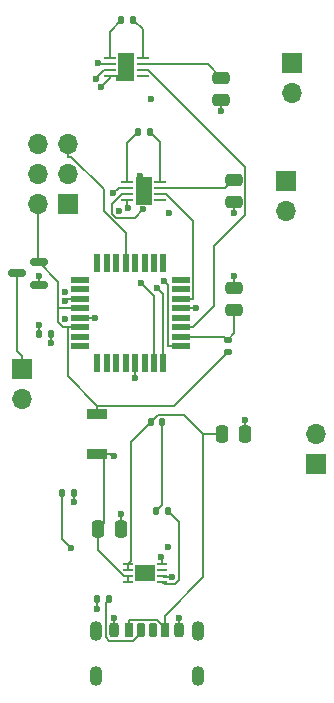
<source format=gbr>
%TF.GenerationSoftware,KiCad,Pcbnew,8.0.7*%
%TF.CreationDate,2025-01-03T21:58:43-07:00*%
%TF.ProjectId,Hat PCB,48617420-5043-4422-9e6b-696361645f70,rev?*%
%TF.SameCoordinates,Original*%
%TF.FileFunction,Copper,L1,Top*%
%TF.FilePolarity,Positive*%
%FSLAX46Y46*%
G04 Gerber Fmt 4.6, Leading zero omitted, Abs format (unit mm)*
G04 Created by KiCad (PCBNEW 8.0.7) date 2025-01-03 21:58:43*
%MOMM*%
%LPD*%
G01*
G04 APERTURE LIST*
G04 Aperture macros list*
%AMRoundRect*
0 Rectangle with rounded corners*
0 $1 Rounding radius*
0 $2 $3 $4 $5 $6 $7 $8 $9 X,Y pos of 4 corners*
0 Add a 4 corners polygon primitive as box body*
4,1,4,$2,$3,$4,$5,$6,$7,$8,$9,$2,$3,0*
0 Add four circle primitives for the rounded corners*
1,1,$1+$1,$2,$3*
1,1,$1+$1,$4,$5*
1,1,$1+$1,$6,$7*
1,1,$1+$1,$8,$9*
0 Add four rect primitives between the rounded corners*
20,1,$1+$1,$2,$3,$4,$5,0*
20,1,$1+$1,$4,$5,$6,$7,0*
20,1,$1+$1,$6,$7,$8,$9,0*
20,1,$1+$1,$8,$9,$2,$3,0*%
G04 Aperture macros list end*
%TA.AperFunction,ComponentPad*%
%ADD10R,1.700000X1.700000*%
%TD*%
%TA.AperFunction,ComponentPad*%
%ADD11O,1.700000X1.700000*%
%TD*%
%TA.AperFunction,SMDPad,CuDef*%
%ADD12RoundRect,0.135000X0.135000X0.185000X-0.135000X0.185000X-0.135000X-0.185000X0.135000X-0.185000X0*%
%TD*%
%TA.AperFunction,SMDPad,CuDef*%
%ADD13RoundRect,0.135000X-0.135000X-0.185000X0.135000X-0.185000X0.135000X0.185000X-0.135000X0.185000X0*%
%TD*%
%TA.AperFunction,SMDPad,CuDef*%
%ADD14RoundRect,0.250000X0.475000X-0.250000X0.475000X0.250000X-0.475000X0.250000X-0.475000X-0.250000X0*%
%TD*%
%TA.AperFunction,SMDPad,CuDef*%
%ADD15RoundRect,0.250000X-0.475000X0.250000X-0.475000X-0.250000X0.475000X-0.250000X0.475000X0.250000X0*%
%TD*%
%TA.AperFunction,SMDPad,CuDef*%
%ADD16RoundRect,0.062500X-0.412500X-0.062500X0.412500X-0.062500X0.412500X0.062500X-0.412500X0.062500X0*%
%TD*%
%TA.AperFunction,HeatsinkPad*%
%ADD17R,1.450000X2.400000*%
%TD*%
%TA.AperFunction,SMDPad,CuDef*%
%ADD18RoundRect,0.147500X0.147500X0.172500X-0.147500X0.172500X-0.147500X-0.172500X0.147500X-0.172500X0*%
%TD*%
%TA.AperFunction,SMDPad,CuDef*%
%ADD19RoundRect,0.062500X-0.337500X-0.062500X0.337500X-0.062500X0.337500X0.062500X-0.337500X0.062500X0*%
%TD*%
%TA.AperFunction,HeatsinkPad*%
%ADD20R,1.700000X1.400000*%
%TD*%
%TA.AperFunction,SMDPad,CuDef*%
%ADD21RoundRect,0.250000X-0.250000X-0.475000X0.250000X-0.475000X0.250000X0.475000X-0.250000X0.475000X0*%
%TD*%
%TA.AperFunction,SMDPad,CuDef*%
%ADD22RoundRect,0.135000X0.185000X-0.135000X0.185000X0.135000X-0.185000X0.135000X-0.185000X-0.135000X0*%
%TD*%
%TA.AperFunction,SMDPad,CuDef*%
%ADD23R,1.600000X0.550000*%
%TD*%
%TA.AperFunction,SMDPad,CuDef*%
%ADD24R,0.550000X1.600000*%
%TD*%
%TA.AperFunction,SMDPad,CuDef*%
%ADD25RoundRect,0.175000X-0.175000X-0.425000X0.175000X-0.425000X0.175000X0.425000X-0.175000X0.425000X0*%
%TD*%
%TA.AperFunction,SMDPad,CuDef*%
%ADD26RoundRect,0.190000X0.190000X0.410000X-0.190000X0.410000X-0.190000X-0.410000X0.190000X-0.410000X0*%
%TD*%
%TA.AperFunction,SMDPad,CuDef*%
%ADD27RoundRect,0.200000X0.200000X0.400000X-0.200000X0.400000X-0.200000X-0.400000X0.200000X-0.400000X0*%
%TD*%
%TA.AperFunction,SMDPad,CuDef*%
%ADD28RoundRect,0.175000X0.175000X0.425000X-0.175000X0.425000X-0.175000X-0.425000X0.175000X-0.425000X0*%
%TD*%
%TA.AperFunction,SMDPad,CuDef*%
%ADD29RoundRect,0.190000X-0.190000X-0.410000X0.190000X-0.410000X0.190000X0.410000X-0.190000X0.410000X0*%
%TD*%
%TA.AperFunction,SMDPad,CuDef*%
%ADD30RoundRect,0.200000X-0.200000X-0.400000X0.200000X-0.400000X0.200000X0.400000X-0.200000X0.400000X0*%
%TD*%
%TA.AperFunction,ComponentPad*%
%ADD31O,1.100000X1.700000*%
%TD*%
%TA.AperFunction,SMDPad,CuDef*%
%ADD32RoundRect,0.150000X0.587500X0.150000X-0.587500X0.150000X-0.587500X-0.150000X0.587500X-0.150000X0*%
%TD*%
%TA.AperFunction,SMDPad,CuDef*%
%ADD33R,1.700000X0.900000*%
%TD*%
%TA.AperFunction,ViaPad*%
%ADD34C,0.600000*%
%TD*%
%TA.AperFunction,Conductor*%
%ADD35C,0.200000*%
%TD*%
G04 APERTURE END LIST*
D10*
%TO.P,J1,1,Pin_1*%
%TO.N,Net-(J1-Pin_1)*%
X265950000Y-136050000D03*
D11*
%TO.P,J1,2,Pin_2*%
%TO.N,GND*%
X265950000Y-133510000D03*
%TD*%
D12*
%TO.P,R6,1*%
%TO.N,Net-(P1-CC)*%
X248470000Y-147550000D03*
%TO.P,R6,2*%
%TO.N,GND*%
X247450000Y-147550000D03*
%TD*%
D13*
%TO.P,R5,1*%
%TO.N,Net-(R5-Pad1)*%
X250917500Y-108000000D03*
%TO.P,R5,2*%
%TO.N,Net-(R5-Pad2)*%
X251937500Y-108000000D03*
%TD*%
%TO.P,R1,1*%
%TO.N,GND*%
X242530000Y-125050000D03*
%TO.P,R1,2*%
X243550000Y-125050000D03*
%TD*%
D10*
%TO.P,J5,1,Pin_1*%
%TO.N,Net-(J5-Pin_1)*%
X241050000Y-128010000D03*
D11*
%TO.P,J5,2,Pin_2*%
%TO.N,GND*%
X241050000Y-130550000D03*
%TD*%
D14*
%TO.P,C1,1*%
%TO.N,Net-(U1-AVCC)*%
X259050000Y-123050000D03*
%TO.P,C1,2*%
%TO.N,GND*%
X259050000Y-121150000D03*
%TD*%
D15*
%TO.P,C3,1*%
%TO.N,Net-(U2-V+)*%
X257937500Y-103375000D03*
%TO.P,C3,2*%
%TO.N,GND*%
X257937500Y-105275000D03*
%TD*%
D13*
%TO.P,R7,1*%
%TO.N,Net-(D1-K)*%
X252430000Y-140050000D03*
%TO.P,R7,2*%
%TO.N,Net-(U4-STAT)*%
X253450000Y-140050000D03*
%TD*%
D16*
%TO.P,U3,1,Rg*%
%TO.N,Net-(R5-Pad1)*%
X249987500Y-112225000D03*
%TO.P,U3,2,-*%
%TO.N,Net-(J3-Pin_1)*%
X249987500Y-112725000D03*
%TO.P,U3,3,+*%
%TO.N,Net-(J3-Pin_2)*%
X249987500Y-113225000D03*
%TO.P,U3,4,V-*%
%TO.N,GND*%
X249987500Y-113725000D03*
%TO.P,U3,5,Ref*%
%TO.N,unconnected-(U3-Ref-Pad5)*%
X252787500Y-113725000D03*
%TO.P,U3,6*%
%TO.N,Net-(U1-ADC7)*%
X252787500Y-113225000D03*
%TO.P,U3,7,V+*%
%TO.N,Net-(U3-V+)*%
X252787500Y-112725000D03*
%TO.P,U3,8,Rg*%
%TO.N,Net-(R5-Pad2)*%
X252787500Y-112225000D03*
D17*
%TO.P,U3,9,EP*%
%TO.N,GND*%
X251387500Y-112975000D03*
%TD*%
D13*
%TO.P,R4,1*%
%TO.N,Net-(R4-Pad1)*%
X249480000Y-98500000D03*
%TO.P,R4,2*%
%TO.N,Net-(R4-Pad2)*%
X250500000Y-98500000D03*
%TD*%
D18*
%TO.P,D1,1,K*%
%TO.N,Net-(D1-K)*%
X252950000Y-132550000D03*
%TO.P,D1,2,A*%
%TO.N,VDD*%
X251980000Y-132550000D03*
%TD*%
D15*
%TO.P,C2,1*%
%TO.N,Net-(U3-V+)*%
X259000000Y-112000000D03*
%TO.P,C2,2*%
%TO.N,GND*%
X259000000Y-113900000D03*
%TD*%
D13*
%TO.P,R3,1*%
%TO.N,Net-(U4-PROG)*%
X244480000Y-138500000D03*
%TO.P,R3,2*%
%TO.N,GND*%
X245500000Y-138500000D03*
%TD*%
D19*
%TO.P,U4,1,V_{DD}*%
%TO.N,VDD*%
X250050000Y-144550000D03*
%TO.P,U4,2,V_{DD}*%
X250050000Y-145050000D03*
%TO.P,U4,3,V_{BAT}*%
%TO.N,Net-(J1-Pin_1)*%
X250050000Y-145550000D03*
%TO.P,U4,4,V_{BAT}*%
X250050000Y-146050000D03*
%TO.P,U4,5,STAT*%
%TO.N,Net-(U4-STAT)*%
X252950000Y-146050000D03*
%TO.P,U4,6,V_{SS}*%
%TO.N,GND*%
X252950000Y-145550000D03*
%TO.P,U4,7,NC*%
%TO.N,unconnected-(U4-NC-Pad7)*%
X252950000Y-145050000D03*
%TO.P,U4,8,PROG*%
%TO.N,Net-(U4-PROG)*%
X252950000Y-144550000D03*
D20*
%TO.P,U4,9*%
%TO.N,N/C*%
X251500000Y-145300000D03*
%TD*%
D10*
%TO.P,J4,1,Pin_1*%
%TO.N,Net-(J4-Pin_1)*%
X245000000Y-114040000D03*
D11*
%TO.P,J4,2,Pin_2*%
%TO.N,VCC*%
X242460000Y-114040000D03*
%TO.P,J4,3,Pin_3*%
%TO.N,Net-(J4-Pin_3)*%
X245000000Y-111500000D03*
%TO.P,J4,4,Pin_4*%
%TO.N,Net-(J4-Pin_4)*%
X242460000Y-111500000D03*
%TO.P,J4,5,Pin_5*%
%TO.N,Net-(J4-Pin_5)*%
X245000000Y-108960000D03*
%TO.P,J4,6,Pin_6*%
%TO.N,GND*%
X242460000Y-108960000D03*
%TD*%
D21*
%TO.P,C5,1*%
%TO.N,VDD*%
X258050000Y-133550000D03*
%TO.P,C5,2*%
%TO.N,GND*%
X259950000Y-133550000D03*
%TD*%
D22*
%TO.P,R2,1*%
%TO.N,VCC*%
X258490000Y-126610000D03*
%TO.P,R2,2*%
%TO.N,Net-(U1-AVCC)*%
X258490000Y-125590000D03*
%TD*%
D21*
%TO.P,C4,1*%
%TO.N,Net-(J1-Pin_1)*%
X247550000Y-141550000D03*
%TO.P,C4,2*%
%TO.N,GND*%
X249450000Y-141550000D03*
%TD*%
D23*
%TO.P,U1,1,PD3*%
%TO.N,unconnected-(U1-PD3-Pad1)*%
X246000000Y-120500000D03*
%TO.P,U1,2,PD4*%
%TO.N,unconnected-(U1-PD4-Pad2)*%
X246000000Y-121300000D03*
%TO.P,U1,3,GND*%
%TO.N,GND*%
X246000000Y-122100000D03*
%TO.P,U1,4,VCC*%
%TO.N,VCC*%
X246000000Y-122900000D03*
%TO.P,U1,5,GND*%
%TO.N,GND*%
X246000000Y-123700000D03*
%TO.P,U1,6,VCC*%
%TO.N,VCC*%
X246000000Y-124500000D03*
%TO.P,U1,7,XTAL1/PB6*%
%TO.N,unconnected-(U1-XTAL1{slash}PB6-Pad7)*%
X246000000Y-125300000D03*
%TO.P,U1,8,XTAL2/PB7*%
%TO.N,unconnected-(U1-XTAL2{slash}PB7-Pad8)*%
X246000000Y-126100000D03*
D24*
%TO.P,U1,9,PD5*%
%TO.N,unconnected-(U1-PD5-Pad9)*%
X247450000Y-127550000D03*
%TO.P,U1,10,PD6*%
%TO.N,unconnected-(U1-PD6-Pad10)*%
X248250000Y-127550000D03*
%TO.P,U1,11,PD7*%
%TO.N,unconnected-(U1-PD7-Pad11)*%
X249050000Y-127550000D03*
%TO.P,U1,12,PB0*%
%TO.N,unconnected-(U1-PB0-Pad12)*%
X249850000Y-127550000D03*
%TO.P,U1,13,PB1*%
%TO.N,GND*%
X250650000Y-127550000D03*
%TO.P,U1,14,PB2*%
%TO.N,unconnected-(U1-PB2-Pad14)*%
X251450000Y-127550000D03*
%TO.P,U1,15,PB3*%
%TO.N,Net-(J4-Pin_4)*%
X252250000Y-127550000D03*
%TO.P,U1,16,PB4*%
%TO.N,Net-(J4-Pin_1)*%
X253050000Y-127550000D03*
D23*
%TO.P,U1,17,PB5*%
%TO.N,Net-(J4-Pin_3)*%
X254500000Y-126100000D03*
%TO.P,U1,18,AVCC*%
%TO.N,Net-(U1-AVCC)*%
X254500000Y-125300000D03*
%TO.P,U1,19,ADC6*%
%TO.N,Net-(U1-ADC6)*%
X254500000Y-124500000D03*
%TO.P,U1,20,AREF*%
%TO.N,unconnected-(U1-AREF-Pad20)*%
X254500000Y-123700000D03*
%TO.P,U1,21,GND*%
%TO.N,GND*%
X254500000Y-122900000D03*
%TO.P,U1,22,ADC7*%
%TO.N,Net-(U1-ADC7)*%
X254500000Y-122100000D03*
%TO.P,U1,23,PC0*%
%TO.N,unconnected-(U1-PC0-Pad23)*%
X254500000Y-121300000D03*
%TO.P,U1,24,PC1*%
%TO.N,unconnected-(U1-PC1-Pad24)*%
X254500000Y-120500000D03*
D24*
%TO.P,U1,25,PC2*%
%TO.N,unconnected-(U1-PC2-Pad25)*%
X253050000Y-119050000D03*
%TO.P,U1,26,PC3*%
%TO.N,unconnected-(U1-PC3-Pad26)*%
X252250000Y-119050000D03*
%TO.P,U1,27,PC4*%
%TO.N,unconnected-(U1-PC4-Pad27)*%
X251450000Y-119050000D03*
%TO.P,U1,28,PC5*%
%TO.N,unconnected-(U1-PC5-Pad28)*%
X250650000Y-119050000D03*
%TO.P,U1,29,~{RESET}/PC6*%
%TO.N,Net-(J4-Pin_5)*%
X249850000Y-119050000D03*
%TO.P,U1,30,PD0*%
%TO.N,unconnected-(U1-PD0-Pad30)*%
X249050000Y-119050000D03*
%TO.P,U1,31,PD1*%
%TO.N,unconnected-(U1-PD1-Pad31)*%
X248250000Y-119050000D03*
%TO.P,U1,32,PD2*%
%TO.N,unconnected-(U1-PD2-Pad32)*%
X247450000Y-119050000D03*
%TD*%
D25*
%TO.P,P1,A5,CC*%
%TO.N,Net-(P1-CC)*%
X251130000Y-150170000D03*
D26*
%TO.P,P1,A9,VBUS*%
%TO.N,VDD*%
X253150000Y-150170000D03*
D27*
%TO.P,P1,A12,GND*%
%TO.N,GND*%
X254380000Y-150170000D03*
D28*
%TO.P,P1,B5,VCONN*%
%TO.N,unconnected-(P1-VCONN-PadB5)*%
X252130000Y-150170000D03*
D29*
%TO.P,P1,B9,VBUS*%
%TO.N,VDD*%
X250110000Y-150170000D03*
D30*
%TO.P,P1,B12,GND*%
%TO.N,GND*%
X248880000Y-150170000D03*
D31*
%TO.P,P1,S1,SHIELD*%
%TO.N,unconnected-(P1-SHIELD-PadS1)_2*%
X247310000Y-150250000D03*
%TO.N,unconnected-(P1-SHIELD-PadS1)_3*%
X247310000Y-154050000D03*
%TO.N,unconnected-(P1-SHIELD-PadS1)_1*%
X255950000Y-150250000D03*
%TO.N,unconnected-(P1-SHIELD-PadS1)*%
X255950000Y-154050000D03*
%TD*%
D32*
%TO.P,Q1,1,G*%
%TO.N,GND*%
X242500000Y-120900000D03*
%TO.P,Q1,2,S*%
%TO.N,VCC*%
X242500000Y-119000000D03*
%TO.P,Q1,3,D*%
%TO.N,Net-(J5-Pin_1)*%
X240625000Y-119950000D03*
%TD*%
D33*
%TO.P,SW1,1,A*%
%TO.N,Net-(J1-Pin_1)*%
X247450000Y-135250000D03*
%TO.P,SW1,2,B*%
%TO.N,VCC*%
X247450000Y-131850000D03*
%TD*%
D10*
%TO.P,J2,1,Pin_1*%
%TO.N,Net-(J2-Pin_1)*%
X263937500Y-102100000D03*
D11*
%TO.P,J2,2,Pin_2*%
%TO.N,Net-(J2-Pin_2)*%
X263937500Y-104640000D03*
%TD*%
D10*
%TO.P,J3,1,Pin_1*%
%TO.N,Net-(J3-Pin_1)*%
X263437500Y-112100000D03*
D11*
%TO.P,J3,2,Pin_2*%
%TO.N,Net-(J3-Pin_2)*%
X263437500Y-114640000D03*
%TD*%
D16*
%TO.P,U2,1,Rg*%
%TO.N,Net-(R4-Pad1)*%
X248487500Y-101725000D03*
%TO.P,U2,2,-*%
%TO.N,Net-(J2-Pin_1)*%
X248487500Y-102225000D03*
%TO.P,U2,3,+*%
%TO.N,Net-(J2-Pin_2)*%
X248487500Y-102725000D03*
%TO.P,U2,4,V-*%
%TO.N,GND*%
X248487500Y-103225000D03*
%TO.P,U2,5,Ref*%
%TO.N,unconnected-(U2-Ref-Pad5)*%
X251287500Y-103225000D03*
%TO.P,U2,6*%
%TO.N,Net-(U1-ADC6)*%
X251287500Y-102725000D03*
%TO.P,U2,7,V+*%
%TO.N,Net-(U2-V+)*%
X251287500Y-102225000D03*
%TO.P,U2,8,Rg*%
%TO.N,Net-(R4-Pad2)*%
X251287500Y-101725000D03*
D17*
%TO.P,U2,9,EP*%
%TO.N,GND*%
X249887500Y-102475000D03*
%TD*%
D34*
%TO.N,GND*%
X252000000Y-105197000D03*
X257938000Y-106228000D03*
X253437000Y-143109000D03*
X250284000Y-103066000D03*
X249275000Y-114672000D03*
X253806000Y-145662000D03*
X247450000Y-148324000D03*
X259950000Y-132371000D03*
X249450000Y-140343000D03*
X251108000Y-111666000D03*
X248880000Y-149098000D03*
X247775000Y-104153000D03*
X254380000Y-149109000D03*
X259050000Y-120179000D03*
X249318000Y-103382000D03*
X253500000Y-114823000D03*
X244748000Y-121479000D03*
X245500000Y-139285000D03*
X255792000Y-122900000D03*
X250650000Y-128805000D03*
X250049300Y-114417400D03*
X242500000Y-120128000D03*
X244738000Y-122310000D03*
X244719000Y-123823000D03*
X242530000Y-124276000D03*
X259000000Y-114856000D03*
X247286000Y-123700000D03*
X243550000Y-125825000D03*
%TO.N,Net-(J1-Pin_1)*%
X248841000Y-135416000D03*
%TO.N,Net-(J2-Pin_1)*%
X247544600Y-102100000D03*
%TO.N,Net-(J2-Pin_2)*%
X247324400Y-103494800D03*
%TO.N,Net-(J3-Pin_2)*%
X251351000Y-114515000D03*
%TO.N,Net-(J3-Pin_1)*%
X248807800Y-113172900D03*
%TO.N,Net-(J4-Pin_3)*%
X253112000Y-120572000D03*
%TO.N,Net-(J4-Pin_1)*%
X252536000Y-121188000D03*
%TO.N,Net-(J4-Pin_4)*%
X251125000Y-120775000D03*
%TO.N,Net-(U4-PROG)*%
X252837000Y-143917000D03*
X245264000Y-143200000D03*
%TD*%
D35*
%TO.N,GND*%
X244738300Y-122310000D02*
X244948300Y-122100000D01*
X251108000Y-111666000D02*
X251387500Y-111945500D01*
X254380000Y-149109000D02*
X254380000Y-150170000D01*
X250650000Y-128805000D02*
X250650000Y-127550000D01*
X259000000Y-114856000D02*
X259000000Y-113900000D01*
X250284000Y-103066000D02*
X249887500Y-102669500D01*
X251387500Y-111945500D02*
X251387500Y-112975000D01*
X245500000Y-139285000D02*
X245500000Y-138500000D01*
X249887500Y-102669500D02*
X249887500Y-102475000D01*
X248487500Y-103440500D02*
X248487500Y-103225000D01*
X259950000Y-132371000D02*
X259950000Y-133550000D01*
X242500000Y-120128000D02*
X242500000Y-120900000D01*
X243550000Y-125825000D02*
X243550000Y-125050000D01*
X248880000Y-149098000D02*
X248880000Y-150170000D01*
X253806000Y-145662000D02*
X253062000Y-145662000D01*
X249987500Y-114355600D02*
X249987500Y-113725000D01*
X249450000Y-140343000D02*
X249450000Y-141550000D01*
X244738000Y-122310000D02*
X244738300Y-122310000D01*
X253062000Y-145662000D02*
X252950000Y-145550000D01*
X247450000Y-148324000D02*
X247450000Y-147550000D01*
X257937500Y-106227500D02*
X257937500Y-105275000D01*
X259050000Y-120179000D02*
X259050000Y-121150000D01*
X247775000Y-104153000D02*
X248487500Y-103440500D01*
X255792000Y-122900000D02*
X254500000Y-122900000D01*
X247286000Y-123700000D02*
X246000000Y-123700000D01*
X246000000Y-122100000D02*
X244948300Y-122100000D01*
X250049300Y-114417400D02*
X249987500Y-114355600D01*
X257938000Y-106228000D02*
X257937500Y-106227500D01*
X242530000Y-124276000D02*
X242530000Y-125050000D01*
%TO.N,Net-(U1-AVCC)*%
X258200000Y-125300000D02*
X258490000Y-125590000D01*
X259050000Y-125030000D02*
X259050000Y-123050000D01*
X258490000Y-125590000D02*
X259050000Y-125030000D01*
X254500000Y-125300000D02*
X258200000Y-125300000D01*
%TO.N,Net-(U3-V+)*%
X258275000Y-112725000D02*
X252787500Y-112725000D01*
X259000000Y-112000000D02*
X258275000Y-112725000D01*
%TO.N,Net-(U2-V+)*%
X256787500Y-102225000D02*
X251287500Y-102225000D01*
X257937500Y-103375000D02*
X256787500Y-102225000D01*
%TO.N,Net-(J1-Pin_1)*%
X248717700Y-135416000D02*
X248551700Y-135250000D01*
X249705200Y-145550000D02*
X250050000Y-145550000D01*
X247550000Y-143394800D02*
X249705200Y-145550000D01*
X248000900Y-141099100D02*
X247550000Y-141550000D01*
X247550000Y-141550000D02*
X247550000Y-143394800D01*
X248841000Y-135416000D02*
X248717700Y-135416000D01*
X248000900Y-135250000D02*
X248551700Y-135250000D01*
X247450000Y-135250000D02*
X248000900Y-135250000D01*
X248000900Y-135250000D02*
X248000900Y-141099100D01*
X250050000Y-146050000D02*
X250050000Y-145550000D01*
%TO.N,VDD*%
X250110000Y-149284400D02*
X252498600Y-149284400D01*
X252498600Y-149284400D02*
X253150000Y-149935800D01*
X254816000Y-131933000D02*
X252597000Y-131933000D01*
X250300000Y-134230000D02*
X251980000Y-132550000D01*
X253150000Y-148935200D02*
X256433000Y-145652200D01*
X250050000Y-145050000D02*
X250050000Y-144550000D01*
X256433000Y-133550000D02*
X254816000Y-131933000D01*
X250110000Y-150170000D02*
X250110000Y-149284400D01*
X256433000Y-145652200D02*
X256433000Y-133550000D01*
X250300000Y-144300000D02*
X250300000Y-134230000D01*
X253150000Y-150052900D02*
X253150000Y-148935200D01*
X250050000Y-144550000D02*
X250300000Y-144300000D01*
X253150000Y-150052900D02*
X253150000Y-150170000D01*
X252597000Y-131933000D02*
X251980000Y-132550000D01*
X258050000Y-133550000D02*
X256433000Y-133550000D01*
X253150000Y-149935800D02*
X253150000Y-150052900D01*
%TO.N,Net-(D1-K)*%
X252950000Y-139530000D02*
X252430000Y-140050000D01*
X252950000Y-132550000D02*
X252950000Y-139530000D01*
%TO.N,Net-(J2-Pin_1)*%
X248487500Y-102225000D02*
X247669600Y-102225000D01*
X247669600Y-102225000D02*
X247544600Y-102100000D01*
%TO.N,Net-(J2-Pin_2)*%
X247324400Y-103412600D02*
X247324400Y-103494800D01*
X248012000Y-102725000D02*
X247324400Y-103412600D01*
X248487500Y-102725000D02*
X248012000Y-102725000D01*
%TO.N,Net-(J3-Pin_2)*%
X249556600Y-113225000D02*
X249987500Y-113225000D01*
X248723300Y-114058300D02*
X249556600Y-113225000D01*
X248723300Y-114900500D02*
X248723300Y-114058300D01*
X249046500Y-115223700D02*
X248723300Y-114900500D01*
X251351000Y-114515000D02*
X250642300Y-115223700D01*
X250642300Y-115223700D02*
X249046500Y-115223700D01*
%TO.N,Net-(J3-Pin_1)*%
X249987500Y-112725000D02*
X249255700Y-112725000D01*
X249255700Y-112725000D02*
X248807800Y-113172900D01*
%TO.N,Net-(J4-Pin_5)*%
X247995800Y-114670300D02*
X249850000Y-116524500D01*
X249850000Y-116524500D02*
X249850000Y-119050000D01*
X245000000Y-110061700D02*
X245228300Y-110061700D01*
X245000000Y-108960000D02*
X245000000Y-110061700D01*
X245228300Y-110061700D02*
X247995800Y-112829200D01*
X247995800Y-112829200D02*
X247995800Y-114670300D01*
%TO.N,Net-(J4-Pin_3)*%
X253112000Y-120572000D02*
X253448300Y-120908300D01*
X254500000Y-126100000D02*
X253448300Y-126100000D01*
X253448300Y-120908300D02*
X253448300Y-126100000D01*
%TO.N,Net-(J4-Pin_1)*%
X252536000Y-121188000D02*
X253050000Y-121702000D01*
X253050000Y-121702000D02*
X253050000Y-127550000D01*
%TO.N,Net-(J4-Pin_4)*%
X252250000Y-121900000D02*
X252250000Y-127550000D01*
X251125000Y-120775000D02*
X252250000Y-121900000D01*
%TO.N,VCC*%
X242500000Y-119000000D02*
X242460000Y-118960000D01*
X247450000Y-131850000D02*
X247450000Y-131148300D01*
X246000000Y-124500000D02*
X244948300Y-124500000D01*
X242460000Y-118960000D02*
X242460000Y-114040000D01*
X244948300Y-128646600D02*
X247450000Y-131148300D01*
X242500000Y-119000000D02*
X244134100Y-120634100D01*
X246000000Y-122900000D02*
X244134100Y-122900000D01*
X244948300Y-124500000D02*
X244948300Y-128646600D01*
X244572900Y-124500000D02*
X244948300Y-124500000D01*
X244134100Y-120634100D02*
X244134100Y-122900000D01*
X244134100Y-122900000D02*
X244134100Y-124061200D01*
X244134100Y-124061200D02*
X244572900Y-124500000D01*
X258490000Y-126610000D02*
X253951700Y-131148300D01*
X253951700Y-131148300D02*
X247450000Y-131148300D01*
%TO.N,Net-(J5-Pin_1)*%
X240625000Y-126483300D02*
X241050000Y-126908300D01*
X240625000Y-119950000D02*
X240625000Y-126483300D01*
X241050000Y-128010000D02*
X241050000Y-126908300D01*
%TO.N,Net-(P1-CC)*%
X248151900Y-147868100D02*
X248470000Y-147550000D01*
X248151900Y-150756100D02*
X248151900Y-147868100D01*
X250462600Y-151087500D02*
X248483300Y-151087500D01*
X251130000Y-150170000D02*
X251130000Y-150420100D01*
X251130000Y-150420100D02*
X250462600Y-151087500D01*
X248483300Y-151087500D02*
X248151900Y-150756100D01*
%TO.N,Net-(U4-PROG)*%
X244480000Y-142416000D02*
X244480000Y-138500000D01*
X245264000Y-143200000D02*
X244480000Y-142416000D01*
X252837000Y-143917000D02*
X252950000Y-144030000D01*
X252950000Y-144030000D02*
X252950000Y-144550000D01*
%TO.N,Net-(R4-Pad1)*%
X249480000Y-98500000D02*
X248487500Y-99492500D01*
X248487500Y-99492500D02*
X248487500Y-101725000D01*
%TO.N,Net-(R4-Pad2)*%
X251287500Y-99287500D02*
X251287500Y-101725000D01*
X250500000Y-98500000D02*
X251287500Y-99287500D01*
%TO.N,Net-(R5-Pad2)*%
X251937500Y-108000000D02*
X252787500Y-108850000D01*
X252787500Y-108850000D02*
X252787500Y-112225000D01*
%TO.N,Net-(R5-Pad1)*%
X249987500Y-108930000D02*
X249987500Y-112225000D01*
X250917500Y-108000000D02*
X249987500Y-108930000D01*
%TO.N,Net-(U4-STAT)*%
X254392200Y-145879200D02*
X254392200Y-140992200D01*
X253153500Y-146253500D02*
X254017900Y-146253500D01*
X254017900Y-146253500D02*
X254392200Y-145879200D01*
X252950000Y-146050000D02*
X253153500Y-146253500D01*
X254392200Y-140992200D02*
X253450000Y-140050000D01*
%TO.N,Net-(U1-ADC6)*%
X254500000Y-124500000D02*
X255551700Y-124500000D01*
X259980600Y-110973700D02*
X251731900Y-102725000D01*
X255551700Y-124500000D02*
X257310700Y-122741000D01*
X259980600Y-114969200D02*
X259980600Y-110973700D01*
X251731900Y-102725000D02*
X251287500Y-102725000D01*
X257310700Y-117639100D02*
X259980600Y-114969200D01*
X257310700Y-122741000D02*
X257310700Y-117639100D01*
%TO.N,Net-(U1-ADC7)*%
X252787500Y-113225000D02*
X253300200Y-113225000D01*
X255551700Y-115476500D02*
X255551700Y-122100000D01*
X254500000Y-122100000D02*
X255551700Y-122100000D01*
X253300200Y-113225000D02*
X255551700Y-115476500D01*
%TD*%
M02*

</source>
